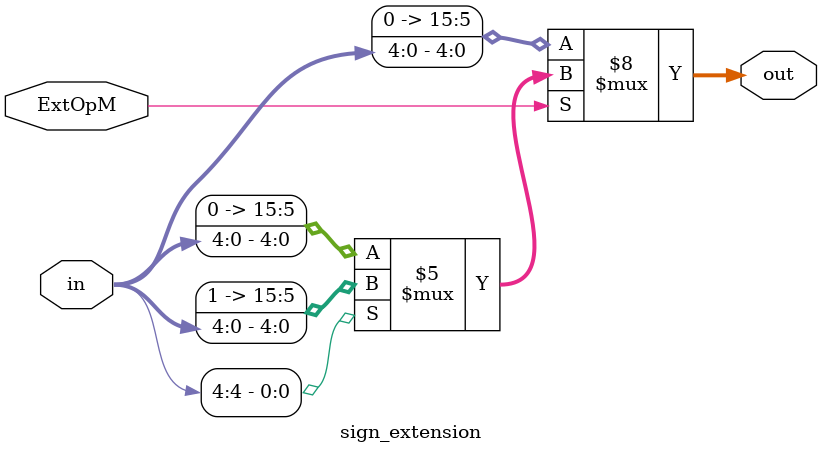
<source format=v>

module sign_extension(out,in,ExtOpM);

    output  [15:0] out;
    input   [4:0] in;
    input ExtOpM;
	reg [15:0] out;

    always@(in,ExtOpM)
	 begin
		if (ExtOpM == 0) 
			out <= {11'b00000000000 , in};
		 else if (in[4] == 1)
			 out <= {11'b11111111111, in};
			else 
			 out <= in;
	 end
endmodule
</source>
